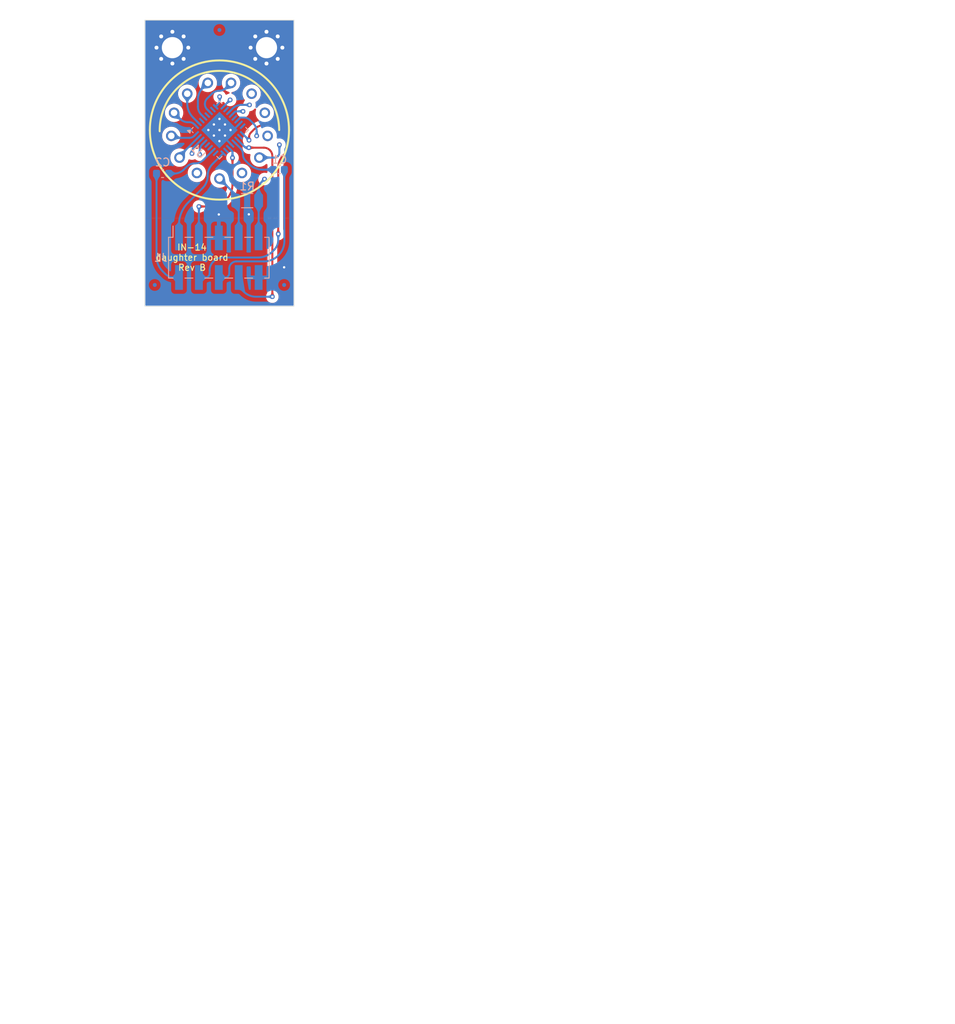
<source format=kicad_pcb>
(kicad_pcb (version 20240108) (generator "pcbnew") (generator_version "8.0")
  (title_block (title "IN-14 daughter board") (date "2024-02-25") (rev "B") (company "Paul Willis"))
  (layers (0 "F.Cu" signal) (1 "In1.Cu" signal) (2 "In2.Cu" signal) (31 "B.Cu" signal) (34 "B.Paste" user) (35 "F.Paste" user) (36 "B.SilkS" user "B.Silkscreen") (37 "F.SilkS" user "F.Silkscreen") (38 "B.Mask" user) (39 "F.Mask" user) (44 "Edge.Cuts" user))
  (net 0 "")
  (net 1 "+3.3V")
  (net 2 "/DIN")
  (net 3 "GND")
  (net 4 "VPP")
  (net 5 "+5V")
  (net 6 "/DOUT")
  (net 7 "/N_1")
  (net 8 "/N_2")
  (net 9 "/N_3")
  (net 10 "/N_4")
  (net 11 "/N_5")
  (net 12 "/N_6")
  (net 13 "/N_7")
  (net 14 "/N_8")
  (net 15 "/N_9")
  (net 16 "/N_0")
  (net 17 "/N_LHDP")
  (net 18 "/N_RHDP")
  (net 19 "/ANODE")
  (net 31 "/VDD")
  (net 32 "/VBIAS")
  (net 33 "/CLK")
  (net 34 "/~{LE}")
  (footprint "MountingHole:MountingHole_2.7mm_M2.5_Pad_Via" (layer "F.Cu") (at 47.25 19.375)
    (property "Reference" "H2" (hide yes))
    (property "Value" "MountingHole_Pad")
    (pad "1" thru_hole circle (at -2.025 0) (size 0.8 0.8) (drill 0.5) (layers "*.Cu" "*.Mask") (net 3 "GND"))
    (pad "1" thru_hole circle (at -1.431891 -1.431891) (size 0.8 0.8) (drill 0.5) (layers "*.Cu" "*.Mask") (net 3 "GND"))
    (pad "1" thru_hole circle (at -1.431891 1.431891) (size 0.8 0.8) (drill 0.5) (layers "*.Cu" "*.Mask") (net 3 "GND"))
    (pad "1" thru_hole circle (at 0 -2.025) (size 0.8 0.8) (drill 0.5) (layers "*.Cu" "*.Mask") (net 3 "GND"))
    (pad "1" thru_hole circle (at 0 0) (size 5.4 5.4) (drill 2.7) (layers "*.Cu" "*.Mask") (net 3 "GND"))
    (pad "1" thru_hole circle (at 0 2.025) (size 0.8 0.8) (drill 0.5) (layers "*.Cu" "*.Mask") (net 3 "GND"))
    (pad "1" thru_hole circle (at 1.431891 -1.431891) (size 0.8 0.8) (drill 0.5) (layers "*.Cu" "*.Mask") (net 3 "GND"))
    (pad "1" thru_hole circle (at 1.431891 1.431891) (size 0.8 0.8) (drill 0.5) (layers "*.Cu" "*.Mask") (net 3 "GND"))
    (pad "1" thru_hole circle (at 2.025 0) (size 0.8 0.8) (drill 0.5) (layers "*.Cu" "*.Mask") (net 3 "GND"))
  )
  (footprint "Symbol:Symbol_Highvoltage_Type1_CopperTop_Small" (layer "F.Cu") (at 44.111 46.9465)
    (property "Reference" "REF**" (hide yes))
    (property "Value" "Symbol_Highvoltage_Type1_CopperTop_Small")
  )
  (footprint "00_lib:nixies-us-IN-14" (layer "F.Cu") (at 41.25 29.875)
    (property "Reference" "N1" (hide yes))
    (property "Value" "IN-14" (hide yes))
    (fp_arc (start -7.62 0.15748) (mid -0.07874 -7.54126) (end 7.62 0) (stroke (width 0.254)) (layer "F.SilkS"))
    (fp_circle (center 0 0) (end 0 -8.87222) (stroke (width 0.254)) (fill none) (layer "F.SilkS"))
    (pad "0" thru_hole circle (at -5.0927 3.51536) (size 1.3462 1.3462) (drill 0.8382) (layers "*.Cu" "*.Mask") (net 16 "/N_0"))
    (pad "1" thru_hole circle (at 5.0927 3.51536) (size 1.3462 1.3462) (drill 0.8382) (layers "*.Cu" "*.Mask") (net 7 "/N_1"))
    (pad "2" thru_hole circle (at 6.14426 0.74422) (size 1.3462 1.3462) (drill 0.8382) (layers "*.Cu" "*.Mask") (net 8 "/N_2"))
    (pad "3" thru_hole circle (at 5.78612 -2.19456) (size 1.3462 1.3462) (drill 0.8382) (layers "*.Cu" "*.Mask") (net 9 "/N_3"))
    (pad "4" thru_hole circle (at 4.10464 -4.63296) (size 1.3462 1.3462) (drill 0.8382) (layers "*.Cu" "*.Mask") (net 10 "/N_4"))
    (pad "5" thru_hole circle (at 1.48082 -6.00964) (size 1.3462 1.3462) (drill 0.8382) (layers "*.Cu" "*.Mask") (net 11 "/N_5"))
    (pad "6" thru_hole circle (at -1.48082 -6.00964) (size 1.3462 1.3462) (drill 0.8382) (layers "*.Cu" "*.Mask") (net 12 "/N_6"))
    (pad "7" thru_hole circle (at -4.10464 -4.63296) (size 1.3462 1.3462) (drill 0.8382) (layers "*.Cu" "*.Mask") (net 13 "/N_7"))
    (pad "8" thru_hole circle (at -5.78612 -2.19456) (size 1.3462 1.3462) (drill 0.8382) (layers "*.Cu" "*.Mask") (net 14 "/N_8"))
    (pad "9" thru_hole circle (at -6.14426 0.74422) (size 1.3462 1.3462) (drill 0.8382) (layers "*.Cu" "*.Mask") (net 15 "/N_9"))
    (pad "A" thru_hole circle (at 0 6.18744) (size 1.3462 1.3462) (drill 0.8382) (layers "*.Cu" "*.Mask") (net 19 "/ANODE"))
    (pad "LHDP" thru_hole circle (at 2.87528 5.47878) (size 1.3462 1.3462) (drill 0.8382) (layers "*.Cu" "*.Mask") (net 17 "/N_LHDP"))
    (pad "RHDP" thru_hole circle (at -2.87528 5.47878) (size 1.3462 1.3462) (drill 0.8382) (layers "*.Cu" "*.Mask") (net 18 "/N_RHDP"))
  )
  (footprint "MountingHole:MountingHole_2.7mm_M2.5_Pad_Via" (layer "F.Cu") (at 35.25 19.375)
    (property "Reference" "H1" (hide yes))
    (property "Value" "MountingHole_Pad")
    (pad "1" thru_hole circle (at -2.025 0) (size 0.8 0.8) (drill 0.5) (layers "*.Cu" "*.Mask") (net 3 "GND"))
    (pad "1" thru_hole circle (at -1.431891 -1.431891) (size 0.8 0.8) (drill 0.5) (layers "*.Cu" "*.Mask") (net 3 "GND"))
    (pad "1" thru_hole circle (at -1.431891 1.431891) (size 0.8 0.8) (drill 0.5) (layers "*.Cu" "*.Mask") (net 3 "GND"))
    (pad "1" thru_hole circle (at 0 -2.025) (size 0.8 0.8) (drill 0.5) (layers "*.Cu" "*.Mask") (net 3 "GND"))
    (pad "1" thru_hole circle (at 0 0) (size 5.4 5.4) (drill 2.7) (layers "*.Cu" "*.Mask") (net 3 "GND"))
    (pad "1" thru_hole circle (at 0 2.025) (size 0.8 0.8) (drill 0.5) (layers "*.Cu" "*.Mask") (net 3 "GND"))
    (pad "1" thru_hole circle (at 1.431891 -1.431891) (size 0.8 0.8) (drill 0.5) (layers "*.Cu" "*.Mask") (net 3 "GND"))
    (pad "1" thru_hole circle (at 1.431891 1.431891) (size 0.8 0.8) (drill 0.5) (layers "*.Cu" "*.Mask") (net 3 "GND"))
    (pad "1" thru_hole circle (at 2.025 0) (size 0.8 0.8) (drill 0.5) (layers "*.Cu" "*.Mask") (net 3 "GND"))
  )
  (footprint "Capacitor_SMD:C_0603_1608Metric" (layer "B.Cu") (at 34 35.42 180)
    (property "Reference" "C2" (at 0 1.43 0) (layer "B.SilkS") (effects (justify mirror)))
    (property "Value" "0.1u")
    (fp_line (start -0.14058 0.51) (end 0.14058 0.51) (stroke (width 0.12)) (layer "B.SilkS"))
    (fp_line (start -0.14058 -0.51) (end 0.14058 -0.51) (stroke (width 0.12)) (layer "B.SilkS"))
    (pad "1" smd roundrect (at -0.775 0 180) (size 0.9 0.95) (layers "B.Cu" "B.Paste" "B.Mask") (net 32 "/VBIAS"))
    (pad "2" smd roundrect (at 0.775 0 180) (size 0.9 0.95) (layers "B.Cu" "B.Paste" "B.Mask") (net 5 "+5V"))
  )
  (footprint "Fiducial:Fiducial_0.5mm_Mask1.5mm" (layer "B.Cu") (at 41.25 17.125 180)
    (property "Reference" "FID3" (hide yes))
    (property "Value" "Fiducial")
    (pad "" smd circle (at 0 0 180) (size 0.5 0.5) (layers "B.Cu" "B.Mask") (clearance 0.5))
  )
  (footprint "Resistor_SMD:R_1206_3216Metric" (layer "B.Cu") (at 44.7875 38.875 180)
    (property "Reference" "R1" (at 0 1.82 0) (layer "B.SilkS") (effects (justify mirror)))
    (property "Value" "27k")
    (fp_line (start -0.727064 0.91) (end 0.727064 0.91) (stroke (width 0.12)) (layer "B.SilkS"))
    (fp_line (start -0.727064 -0.91) (end 0.727064 -0.91) (stroke (width 0.12)) (layer "B.SilkS"))
    (pad "1" smd roundrect (at -1.4625 0 180) (size 1.125 1.75) (layers "B.Cu" "B.Paste" "B.Mask") (roundrect_rratio 0.2222222222) (net 4 "VPP"))
    (pad "2" smd roundrect (at 1.4625 0 180) (size 1.125 1.75) (layers "B.Cu" "B.Paste" "B.Mask") (roundrect_rratio 0.2222222222) (net 19 "/ANODE"))
  )
  (footprint "Capacitor_SMD:C_0603_1608Metric" (layer "B.Cu") (at 48.895 34.925)
    (property "Reference" "C1" (at 0 -1.27 0) (layer "B.SilkS") (effects (justify mirror)))
    (property "Value" "0.1u")
    (fp_line (start -0.14058 -0.51) (end 0.14058 -0.51) (stroke (width 0.12)) (layer "B.SilkS"))
    (fp_line (start -0.14058 0.51) (end 0.14058 0.51) (stroke (width 0.12)) (layer "B.SilkS"))
    (pad "1" smd roundrect (at -0.775 0) (size 0.9 0.95) (layers "B.Cu" "B.Paste" "B.Mask") (net 31 "/VDD"))
    (pad "2" smd roundrect (at 0.635 0) (size 0.9 0.95) (layers "B.Cu" "B.Paste" "B.Mask") (net 1 "+3.3V"))
  )
  (footprint "Fiducial:Fiducial_0.5mm_Mask1.5mm" (layer "B.Cu") (at 33 49.625 180)
    (property "Reference" "FID1" (hide yes))
    (property "Value" "Fiducial")
    (pad "" smd circle (at 0 0 180) (size 0.5 0.5) (layers "B.Cu" "B.Mask") (clearance 0.5))
  )
  (footprint "Connector_PinHeader_2.54mm:PinHeader_2x05_P2.54mm_Vertical_SMD" (layer "B.Cu") (at 41.17 46.15 -90)
    (property "Reference" "J1" (at 0 7.41 0) (layer "B.SilkS") (effects (justify mirror)))
    (property "Value" "Conn_02x05_Odd_Even")
    (fp_line (start -2.6 6.41) (end 2.6 6.41) (stroke (width 0.12)) (layer "B.SilkS"))
    (fp_line (start -2.6 6.41) (end -2.6 5.84) (stroke (width 0.12)) (layer "B.SilkS"))
    (fp_line (start 2.6 6.41) (end 2.6 5.84) (stroke (width 0.12)) (layer "B.SilkS"))
    (fp_line (start -4.04 5.84) (end -2.6 5.84) (stroke (width 0.12)) (layer "B.SilkS"))
    (fp_line (start -2.6 4.32) (end -2.6 3.3) (stroke (width 0.12)) (layer "B.SilkS"))
    (fp_line (start 2.6 4.32) (end 2.6 3.3) (stroke (width 0.12)) (layer "B.SilkS"))
    (fp_line (start -2.6 1.78) (end -2.6 0.76) (stroke (width 0.12)) (layer "B.SilkS"))
    (fp_line (start 2.6 1.78) (end 2.6 0.76) (stroke (width 0.12)) (layer "B.SilkS"))
    (fp_line (start -2.6 -0.76) (end -2.6 -1.78) (stroke (width 0.12)) (layer "B.SilkS"))
    (fp_line (start 2.6 -0.76) (end 2.6 -1.78) (stroke (width 0.12)) (layer "B.SilkS"))
    (fp_line (start -2.6 -3.3) (end -2.6 -4.32) (stroke (width 0.12)) (layer "B.SilkS"))
    (fp_line (start 2.6 -3.3) (end 2.6 -4.32) (stroke (width 0.12)) (layer "B.SilkS"))
    (fp_line (start -2.6 -5.84) (end -2.6 -6.41) (stroke (width 0.12)) (layer "B.SilkS"))
    (fp_line (start 2.6 -5.84) (end 2.6 -6.41) (stroke (width 0.12)) (layer "B.SilkS"))
    (fp_line (start -2.6 -6.41) (end 2.6 -6.41) (stroke (width 0.12)) (layer "B.SilkS"))
    (pad "1" smd rect (at -2.525 5.08 270) (size 3.15 1) (layers "B.Cu" "B.Paste" "B.Mask") (net 6 "/DOUT"))
    (pad "2" smd rect (at 2.525 5.08 270) (size 3.15 1) (layers "B.Cu" "B.Paste" "B.Mask") (net 5 "+5V"))
    (pad "3" smd rect (at -2.525 2.54 270) (size 3.15 1) (layers "B.Cu" "B.Paste" "B.Mask") (net 34 "/~{LE}"))
    (pad "4" smd rect (at 2.525 2.54 270) (size 3.15 1) (layers "B.Cu" "B.Paste" "B.Mask") (net 2 "/DIN"))
    (pad "5" smd rect (at -2.525 0 270) (size 3.15 1) (layers "B.Cu" "B.Paste" "B.Mask") (net 3 "GND"))
    (pad "6" smd rect (at 2.525 0 270) (size 3.15 1) (layers "B.Cu" "B.Paste" "B.Mask") (net 1 "+3.3V"))
    (pad "7" smd rect (at -2.525 -2.54 270) (size 3.15 1) (layers "B.Cu" "B.Paste" "B.Mask") (net 19 "/ANODE"))
    (pad "8" smd rect (at 2.525 -2.54 270) (size 3.15 1) (layers "B.Cu" "B.Paste" "B.Mask") (net 33 "/CLK"))
    (pad "9" smd rect (at -2.525 -5.08 270) (size 3.15 1) (layers "B.Cu" "B.Paste" "B.Mask") (net 4 "VPP"))
    (pad "10" smd rect (at 2.525 -5.08 270) (size 3.15 1) (layers "B.Cu" "B.Paste" "B.Mask") (net 3 "GND"))
  )
  (footprint "Package_DFN_QFN:QFN-32-1EP_5x5mm_P0.5mm_EP3.3x3.3mm_ThermalVias" (layer "B.Cu") (at 41.25 29.875 -45)
    (property "Reference" "U1" (at 0 3.83 135) (layer "B.SilkS") (effects (justify mirror)))
    (property "Value" "HV509K6-G")
    (fp_line (start -2.61 2.37) (end -2.61 2.135) (stroke (width 0.12)) (layer "B.SilkS"))
    (fp_line (start -2.31 2.61) (end -2.135 2.61) (stroke (width 0.12)) (layer "B.SilkS"))
    (fp_line (start -2.61 -2.135) (end -2.61 -2.61) (stroke (width 0.12)) (layer "B.SilkS"))
    (fp_line (start -2.61 -2.61) (end -2.135 -2.61) (stroke (width 0.12)) (layer "B.SilkS"))
    (fp_line (start 2.61 2.61) (end 2.135 2.61) (stroke (width 0.12)) (layer "B.SilkS"))
    (fp_line (start 2.61 2.135) (end 2.61 2.61) (stroke (width 0.12)) (layer "B.SilkS"))
    (fp_line (start 2.61 -2.135) (end 2.61 -2.61) (stroke (width 0.12)) (layer "B.SilkS"))
    (fp_line (start 2.61 -2.61) (end 2.135 -2.61) (stroke (width 0.12)) (layer "B.SilkS"))
    (fp_poly (pts (xy -2.61 2.61) (xy -2.85 2.94) (xy -2.37 2.94) (xy -2.61 2.61)) (stroke (width 0.12)) (fill solid) (layer "B.SilkS"))
    (pad "1" smd roundrect (at -2.4375 1.75 315) (size 0.875 0.25) (layers "B.Cu" "B.Paste" "B.Mask") (net 14 "/N_8"))
    (pad "2" smd roundrect (at -2.4375 1.25 315) (size 0.875 0.25) (layers "B.Cu" "B.Paste" "B.Mask") (net 13 "/N_7"))
    (pad "3" smd roundrect (at -2.4375 0.75 315) (size 0.875 0.25) (layers "B.Cu" "B.Paste" "B.Mask"))
    (pad "4" smd roundrect (at -2.4375 0.25 315) (size 0.875 0.25) (layers "B.Cu" "B.Paste" "B.Mask") (net 12 "/N_6"))
    (pad "5" smd roundrect (at -2.4375 -0.25 315) (size 0.875 0.25) (layers "B.Cu" "B.Paste" "B.Mask"))
    (pad "6" smd roundrect (at -2.4375 -0.75 315) (size 0.875 0.25) (layers "B.Cu" "B.Paste" "B.Mask") (net 11 "/N_5"))
    (pad "7" smd roundrect (at -2.4375 -1.25 315) (size 0.875 0.25) (layers "B.Cu" "B.Paste" "B.Mask"))
    (pad "8" smd roundrect (at -2.4375 -1.75 315) (size 0.875 0.25) (layers "B.Cu" "B.Paste" "B.Mask") (net 10 "/N_4"))
    (pad "9" smd roundrect (at -1.75 -2.4375 315) (size 0.25 0.875) (layers "B.Cu" "B.Paste" "B.Mask") (net 9 "/N_3"))
    (pad "10" smd roundrect (at -1.25 -2.4375 315) (size 0.25 0.875) (layers "B.Cu" "B.Paste" "B.Mask"))
    (pad "11" smd roundrect (at -0.75 -2.4375 315) (size 0.25 0.875) (layers "B.Cu" "B.Paste" "B.Mask") (net 8 "/N_2"))
    (pad "12" smd roundrect (at -0.25 -2.4375 315) (size 0.25 0.875) (layers "B.Cu" "B.Paste" "B.Mask") (net 7 "/N_1"))
    (pad "13" smd roundrect (at 0.25 -2.4375 315) (size 0.25 0.875) (layers "B.Cu" "B.Paste" "B.Mask"))
    (pad "14" smd roundrect (at 0.75 -2.4375 315) (size 0.25 0.875) (layers "B.Cu" "B.Paste" "B.Mask") (net 4 "VPP"))
    (pad "15" smd roundrect (at 1.25 -2.4375 315) (size 0.25 0.875) (layers "B.Cu" "B.Paste" "B.Mask") (net 3 "GND"))
    (pad "16" smd roundrect (at 1.75 -2.4375 315) (size 0.25 0.875) (layers "B.Cu" "B.Paste" "B.Mask"))
    (pad "17" smd roundrect (at 2.4375 -1.75 315) (size 0.875 0.25) (layers "B.Cu" "B.Paste" "B.Mask") (net 2 "/DIN"))
    (pad "18" smd roundrect (at 2.4375 -1.25 315) (size 0.875 0.25) (layers "B.Cu" "B.Paste" "B.Mask"))
    (pad "19" smd roundrect (at 2.4375 -0.75 315) (size 0.875 0.25) (layers "B.Cu" "B.Paste" "B.Mask") (net 33 "/CLK"))
    (pad "20" smd roundrect (at 2.4375 -0.25 315) (size 0.875 0.25) (layers "B.Cu" "B.Paste" "B.Mask") (net 31 "/VDD"))
    (pad "21" smd roundrect (at 2.4375 0.25 315) (size 0.875 0.25) (layers "B.Cu" "B.Paste" "B.Mask") (net 3 "GND"))
    (pad "22" smd roundrect (at 2.4375 0.75 315) (size 0.875 0.25) (layers "B.Cu" "B.Paste" "B.Mask") (net 34 "/~{LE}"))
    (pad "23" smd roundrect (at 2.4375 1.25 315) (size 0.875 0.25) (layers "B.Cu" "B.Paste" "B.Mask"))
    (pad "24" smd roundrect (at 2.4375 1.75 315) (size 0.875 0.25) (layers "B.Cu" "B.Paste" "B.Mask") (net 6 "/DOUT"))
    (pad "25" smd roundrect (at 1.75 2.4375 315) (size 0.25 0.875) (layers "B.Cu" "B.Paste" "B.Mask"))
    (pad "26" smd roundrect (at 1.25 2.4375 315) (size 0.25 0.875) (layers "B.Cu" "B.Paste" "B.Mask") (net 32 "/VBIAS"))
    (pad "27" smd roundrect (at 0.75 2.4375 315) (size 0.25 0.875) (layers "B.Cu" "B.Paste" "B.Mask"))
    (pad "28" smd roundrect (at 0.25 2.4375 315) (size 0.25 0.875) (layers "B.Cu" "B.Paste" "B.Mask"))
    (pad "29" smd roundrect (at -0.25 2.4375 315) (size 0.25 0.875) (layers "B.Cu" "B.Paste" "B.Mask") (net 17 "/N_LHDP"))
    (pad "30" smd roundrect (at -0.75 2.4375 315) (size 0.25 0.875) (layers "B.Cu" "B.Paste" "B.Mask") (net 18 "/N_RHDP"))
    (pad "31" smd roundrect (at -1.25 2.4375 315) (size 0.25 0.875) (layers "B.Cu" "B.Paste" "B.Mask") (net 16 "/N_0"))
    (pad "32" smd roundrect (at -1.75 2.4375 315) (size 0.25 0.875) (layers "B.Cu" "B.Paste" "B.Mask") (net 15 "/N_9"))
    (pad "33" thru_hole circle (at -1 -1 315) (size 0.6 0.6) (drill 0.3) (property pad_prop_heatsink) (layers "*.Cu") (net 3 "GND"))
    (pad "33" thru_hole circle (at -1 0 315) (size 0.6 0.6) (drill 0.3) (property pad_prop_heatsink) (layers "*.Cu") (net 3 "GND"))
    (pad "33" thru_hole circle (at -1 1 315) (size 0.6 0.6) (drill 0.3) (property pad_prop_heatsink) (layers "*.Cu") (net 3 "GND"))
    (pad "33" thru_hole circle (at 0 -1 315) (size 0.6 0.6) (drill 0.3) (property pad_prop_heatsink) (layers "*.Cu") (net 3 "GND"))
    (pad "33" thru_hole circle (at 0 0 315) (size 0.6 0.6) (drill 0.3) (property pad_prop_heatsink) (layers "*.Cu") (net 3 "GND"))
    (pad "33" smd rect (at 0 0 315) (size 2.5 2.5) (property pad_prop_heatsink) (layers "F.Cu") (net 3 "GND"))
    (pad "33" smd rect (at 0 0 315) (size 3.3 3.3) (property pad_prop_heatsink) (layers "B.Cu" "B.Mask") (net 3 "GND"))
    (pad "33" thru_hole circle (at 0 1 315) (size 0.6 0.6) (drill 0.3) (property pad_prop_heatsink) (layers "*.Cu") (net 3 "GND"))
    (pad "33" thru_hole circle (at 1 -1 315) (size 0.6 0.6) (drill 0.3) (property pad_prop_heatsink) (layers "*.Cu") (net 3 "GND"))
    (pad "33" thru_hole circle (at 1 0 315) (size 0.6 0.6) (drill 0.3) (property pad_prop_heatsink) (layers "*.Cu") (net 3 "GND"))
    (pad "33" thru_hole circle (at 1 1 315) (size 0.6 0.6) (drill 0.3) (property pad_prop_heatsink) (layers "*.Cu") (net 3 "GND"))
  )
  (footprint "Fiducial:Fiducial_0.5mm_Mask1.5mm" (layer "B.Cu") (at 49.5 49.625 180)
    (property "Reference" "FID2" (hide yes))
    (property "Value" "Fiducial")
    (pad "" smd circle (at 0 0 180) (size 0.5 0.5) (layers "B.Cu" "B.Mask") (clearance 0.5))
  )
  (gr_rect (start 31.75 15.875) (end 50.75 52.32) (stroke (width 0.1)) (fill none) (layer "Edge.Cuts"))
  (gr_text "IN-14\ndaughter board\nRev B" (at 37.75 47.875 0) (layer "F.SilkS") (effects (font (size 0.8 0.8) (thickness 0.125)) (justify bottom)))
  (segment (start 42.5 48.162867) (end 42.5 47.538302) (width 0.25) (layer "B.Cu") (net 1))
  (segment (start 41.987867 48.675) (end 41.17 48.675) (width 0.25) (layer "B.Cu") (net 1))
  (segment (start 49.53 44.013126) (end 49.53 34.925) (width 0.25) (layer "B.Cu") (net 1))
  (segment (start 46.918126 46.625) (end 43.413302 46.625) (width 0.25) (layer "B.Cu") (net 1))
  (arc (start 49.53 44.013126) (mid 49.331182 45.012647) (end 48.765 45.86) (width 0.25) (layer "B.Cu") (net 1))
  (arc (start 42.7675 46.8925) (mid 42.56952 47.188796) (end 42.5 47.538302) (width 0.25) (layer "B.Cu") (net 1))
  (arc (start 42.5 48.162867) (mid 42.461016 48.358852) (end 42.35 48.525) (width 0.25) (layer "B.Cu") (net 1))
  (arc (start 42.35 48.525) (mid 42.183852 48.636016) (end 41.987867 48.675) (width 0.25) (layer "B.Cu") (net 1))
  (arc (start 43.413302 46.625) (mid 43.063796 46.69452) (end 42.7675 46.8925) (width 0.25) (layer "B.Cu") (net 1))
  (arc (start 48.765 45.86) (mid 47.917647 46.426182) (end 46.918126 46.625) (width 0.25) (layer "B.Cu") (net 1))
  (segment (start 49.374999 33.124999) (end 49.442373 33.057626) (width 0.25) (layer "F.Cu") (net 2))
  (segment (start 45.287336 30.173203) (end 45.63802 29.82252) (width 0.25) (layer "F.Cu") (net 2))
  (segment (start 45.0255 30.805333) (end 45.0255 31.175626) (width 0.25) (layer "F.Cu") (net 2))
  (segment (start 47.116774 29.21) (end 47.268872 29.21) (width 0.25) (layer "F.Cu") (net 2))
  (segment (start 49.007274 29.930069) (end 49.442373 30.365168) (width 0.25) (layer "F.Cu") (net 2))
  (segment (start 48.75 34.633883) (end 48.75 43.125) (width 0.25) (layer "F.Cu") (net 2))
  (via (at 48.75 43.125) (size 0.6) (drill 0.3) (layers "F.Cu" "B.Cu") (net 2))
  (via (at 45.0255 31.175626) (size 0.6) (drill 0.3) (layers "F.Cu" "B.Cu") (net 2))
  (arc (start 49.442373 30.365168) (mid 49.855077 30.982823) (end 50 31.711397) (width 0.25) (layer "F.Cu") (net 2))
  (arc (start 50 31.711397) (mid 49.855077 32.439971) (end 49.442373 33.057626) (width 0.25) (layer "F.Cu") (net 2))
  (arc (start 49.374999 33.124999) (mid 48.912431 33.817281) (end 48.75 34.633883) (width 0.25) (layer "F.Cu") (net 2))
  (arc (start 47.116774 29.21) (mid 46.316478 29.369188) (end 45.63802 29.82252) (width 0.25) (layer "F.Cu") (net 2))
  (arc (start 45.287336 30.173203) (mid 45.093548 30.463226) (end 45.0255 30.805333) (width 0.25) (layer "F.Cu") (net 2))
  (arc (start 49.007274 29.930069) (mid 48.209688 29.397139) (end 47.268872 29.21) (width 0.25) (layer "F.Cu") (net 2))
  (segment (start 48.75 43.875) (end 48.75 43.125) (width 0.25) (layer "B.Cu") (net 2))
  (segment (start 45.0255 31.175626) (end 44.21101 30.361136) (width 0.25) (layer "B.Cu") (net 2))
  (segment (start 40 48.162867) (end 40 47.7475) (width 0.25) (layer "B.Cu") (net 2))
  (segment (start 39.487867 48.675) (end 38.63 48.675) (width 0.25) (layer "B.Cu") (net 2))
  (segment (start 41.698571 46.125) (end 46.189339 46.125) (width 0.25) (layer "B.Cu") (net 2))
  (segment (start 48.219669 45.15533) (end 48 45.375) (width 0.25) (layer "B.Cu") (net 2))
  (segment (start 40.497499 46.622499) (end 40.443709 46.67629) (width 0.25) (layer "B.Cu") (net 2))
  (arc (start 48 45.375) (mid 47.169261 45.930081) (end 46.189339 46.125) (width 0.25) (layer "B.Cu") (net 2))
  (arc (start 39.85 48.525) (mid 39.683852 48.636016) (end 39.487867 48.675) (width 0.25) (layer "B.Cu") (net 2))
  (arc (start 41.698571 46.125) (mid 41.048555 46.254295) (end 40.497499 46.622499) (width 0.25) (layer "B.Cu") (net 2))
  (arc (start 48.75 43.875) (mid 48.612171 44.567909) (end 48.219669 45.15533) (width 0.25) (layer "B.Cu") (net 2))
  (arc (start 40 48.162867) (mid 39.961016 48.358852) (end 39.85 48.525) (width 0.25) (layer "B.Cu") (net 2))
  (arc (start 40.443709 46.67629) (mid 40.115316 47.167765) (end 40 47.7475) (width 0.25) (layer "B.Cu") (net 2))
  (via (at 49.5 47.375) (size 0.6) (drill 0.3) (layers "F.Cu" "B.Cu") (net 3))
  (via (at 41.17 40.64) (size 0.6) (drill 0.3) (layers "F.Cu" "B.Cu") (net 3))
  (via (at 45 40.625) (size 0.6) (drill 0.3) (layers "F.Cu" "B.Cu") (net 3))
  (segment (start 43.164213 29.728554) (end 43.857456 29.035311) (width 0.25) (layer "B.Cu") (net 3))
  (segment (start 41.957107 30.728553) (end 41.957107 30.582107) (width 0.25) (layer "B.Cu") (net 3))
  (segment (start 42.81066 29.875) (end 42.664214 29.875) (width 0.25) (layer "B.Cu") (net 3))
  (segment (start 42.103553 31.082106) (end 42.796796 31.775349) (width 0.25) (layer "B.Cu") (net 3))
  (arc (start 43.164213 29.728554) (mid 43.002001 29.83694) (end 42.81066 29.875) (width 0.25) (layer "B.Cu") (net 3))
  (arc (start 41.957107 30.728553) (mid 41.995167 30.919894) (end 42.103553 31.082106) (width 0.25) (layer "B.Cu") (net 3))
  (via (at 47 36.125) (size 0.6) (drill 0.3) (layers "F.Cu" "B.Cu") (net 4))
  (via (at 46 30.625) (size 0.6) (drill 0.3) (layers "F.Cu" "B.Cu") (net 4))
  (segment (start 43.95021 28.287227) (end 44.359405 28.287227) (width 0.25) (layer "B.Cu") (net 4))
  (segment (start 46.25 37.40533) (end 46.25 38.875) (width 0.25) (layer "B.Cu") (net 4))
  (segment (start 46.25 38.875) (end 46.25 43.625) (width 0.25) (layer "B.Cu") (net 4))
  (segment (start 45.146331 28.613182) (end 45.590532 29.057383) (width 0.25) (layer "B.Cu") (net 4))
  (segment (start 46.625 36.5) (end 47 36.125) (width 0.25) (layer "B.Cu") (net 4))
  (segment (start 46 30.625) (end 46 30.045925) (width 0.25) (layer "B.Cu") (net 4))
  (segment (start 43.861822 28.323838) (end 43.788599 28.397061) (width 0.25) (layer "B.Cu") (net 4))
  (segment (start 43.788599 28.397061) (end 43.503903 28.681757) (width 0.25) (layer "B.Cu") (net 4))
  (arc (start 46.625 36.5) (mid 46.347459 36.915368) (end 46.25 37.40533) (width 0.25) (layer "B.Cu") (net 4))
  (arc (start 43.95021 28.287227) (mid 43.902374 28.296741) (end 43.861822 28.323838) (width 0.25) (layer "B.Cu") (net 4))
  (arc (start 45.146331 28.613182) (mid 44.785286 28.371939) (end 44.359405 28.287227) (width 0.25) (layer "B.Cu") (net 4))
  (arc (start 45.590532 29.057383) (mid 45.893582 29.51093) (end 46 30.045925) (width 0.25) (layer "B.Cu") (net 4))
  (segment (start 33.225 45.986306) (end 33.225 35.42) (width 0.25) (layer "B.Cu") (net 5))
  (segment (start 34.343916 48.218916) (end 34.0125 47.8875) (width 0.25) (layer "B.Cu") (net 5))
  (segment (start 35.445 48.675) (end 36.09 48.675) (width 0.25) (layer "B.Cu") (net 5))
  (arc (start 34.343916 48.218916) (mid 34.849097 48.556467) (end 35.445 48.675) (width 0.25) (layer "B.Cu") (net 5))
  (arc (start 33.225 45.986306) (mid 33.429664 47.015224) (end 34.0125 47.8875) (width 0.25) (layer "B.Cu") (net 5))
  (segment (start 40.387405 34.18474) (end 41.736136 32.83601) (width 0.25) (layer "B.Cu") (net 6))
  (segment (start 36.09 41.955) (end 36.09 43.625) (width 0.25) (layer "B.Cu") (net 6))
  (segment (start 37.270868 39.104131) (end 39.112594 37.262405) (width 0.25) (layer "B.Cu") (net 6))
  (arc (start 40.387405 34.18474) (mid 39.915656 34.890762) (end 39.75 35.723573) (width 0.25) (layer "B.Cu") (net 6))
  (arc (start 37.270868 39.104131) (mid 36.396897 40.412121) (end 36.09 41.955) (width 0.25) (layer "B.Cu") (net 6))
  (arc (start 39.75 35.723573) (mid 39.584343 36.556382) (end 39.112594 37.262405) (width 0.25) (layer "B.Cu") (net 6))
  (via (at 48.895 31.75) (size 0.6) (drill 0.3) (layers "F.Cu" "B.Cu") (net 7))
  (via (at 44.2575 27.4975) (size 0.6) (drill 0.3) (layers "F.Cu" "B.Cu") (net 7))
  (segment (start 48.895 32.758115) (end 48.895 31.75) (width 0.25) (layer "B.Cu") (net 7))
  (segment (start 48.262755 33.39036) (end 46.3427 33.39036) (width 0.25) (layer "B.Cu") (net 7))
  (segment (start 43.200723 27.570723) (end 43.054276 27.71717) (width 0.25) (layer "B.Cu") (net 7))
  (segment (start 43.054276 27.71717) (end 42.796796 27.974651) (width 0.25) (layer "B.Cu") (net 7))
  (segment (start 44.2575 27.4975) (end 43.3775 27.4975) (width 0.25) (layer "B.Cu") (net 7))
  (arc (start 48.70982 33.20518) (mid 48.504705 33.342233) (end 48.262755 33.39036) (width 0.25) (layer "B.Cu") (net 7))
  (arc (start 43.3775 27.4975) (mid 43.281829 27.51653) (end 43.200723 27.570723) (width 0.25) (layer "B.Cu") (net 7))
  (arc (start 48.895 32.758115) (mid 48.846873 33.000065) (end 48.70982 33.20518) (width 0.25) (layer "B.Cu") (net 7))
  (via (at 45.085 26.67) (size 0.6) (drill 0.3) (layers "F.Cu" "B.Cu") (net 8))
  (segment (start 44.066867 26.67) (end 45.085 26.67) (width 0.25) (layer "B.Cu") (net 8))
  (segment (start 42.918791 27.145548) (end 42.443243 27.621097) (width 0.25) (layer "B.Cu") (net 8))
  (arc (start 44.066867 26.67) (mid 43.445532 26.79359) (end 42.918791 27.145548) (width 0.25) (layer "B.Cu") (net 8))
  (via (at 42.615126 26.035) (size 0.6) (drill 0.3) (layers "F.Cu" "B.Cu") (net 9))
  (segment (start 42.615126 26.035) (end 41.736136 26.91399) (width 0.25) (layer "B.Cu") (net 9))
  (via (at 41.275 25.625) (size 0.6) (drill 0.3) (layers "F.Cu" "B.Cu") (net 10))
  (segment (start 41.275 25.625) (end 41.274195 25.625805) (width 0.25) (layer "B.Cu") (net 10))
  (segment (start 41.018627 26.659227) (end 40.763864 26.91399) (width 0.25) (layer "B.Cu") (net 10))
  (segment (start 41.27339 26.044174) (end 41.27339 25.627748) (width 0.25) (layer "B.Cu") (net 10))
  (arc (start 41.274195 25.625805) (mid 41.273599 25.626696) (end 41.27339 25.627748) (width 0.25) (layer "B.Cu") (net 10))
  (arc (start 41.27339 26.044174) (mid 41.207179 26.377038) (end 41.018627 26.659227) (width 0.25) (layer "B.Cu") (net 10))
  (segment (start 39.685382 27.249722) (end 40.056757 27.621097) (width 0.25) (layer "B.Cu") (net 11))
  (segment (start 42.094596 24.501583) (end 42.73082 23.86536) (width 0.25) (layer "B.Cu") (net 11))
  (segment (start 40.291583 25.248415) (end 39.685382 25.854617) (width 0.25) (layer "B.Cu") (net 11))
  (arc (start 41.19309 24.875) (mid 40.705198 24.972047) (end 40.291583 25.248415) (width 0.25) (layer "B.Cu") (net 11))
  (arc (start 42.094596 24.501583) (mid 41.680981 24.777952) (end 41.19309 24.875) (width 0.25) (layer "B.Cu") (net 11))
  (arc (start 39.685382 25.854617) (mid 39.471538 26.174657) (end 39.396447 26.55217) (width 0.25) (layer "B.Cu") (net 11))
  (arc (start 39.396447 26.55217) (mid 39.471538 26.929682) (end 39.685382 27.249722) (width 0.25) (layer "B.Cu") (net 11))
  (segment (start 38.505 26.02345) (end 38.505 26.886294) (width 0.25) (layer "B.Cu") (net 12))
  (segment (start 39.13709 24.49745) (end 39.76918 23.86536) (width 0.25) (layer "B.Cu") (net 12))
  (segment (start 38.927325 27.905878) (end 39.349651 28.328204) (width 0.25) (layer "B.Cu") (net 12))
  (arc (start 38.505 26.886294) (mid 38.614758 27.438089) (end 38.927325 27.905878) (width 0.25) (layer "B.Cu") (net 12))
  (arc (start 39.13709 24.49745) (mid 38.669274 25.197584) (end 38.505 26.02345) (width 0.25) (layer "B.Cu") (net 12))
  (segment (start 37.893952 28.286719) (end 38.642544 29.035311) (width 0.25) (layer "B.Cu") (net 13))
  (segment (start 37.14536 26.479458) (end 37.14536 25.24204) (width 0.25) (layer "B.Cu") (net 13))
  (arc (start 37.14536 26.479458) (mid 37.339912 27.45754) (end 37.893952 28.286719) (width 0.25) (layer "B.Cu") (net 13))
  (segment (start 38.032058 29.131932) (end 38.28899 29.388864) (width 0.25) (layer "B.Cu") (net 14))
  (segment (start 36.263631 28.480191) (end 35.46388 27.68044) (width 0.25) (layer "B.Cu") (net 14))
  (segment (start 37.216783 28.875) (end 37.411769 28.875) (width 0.25) (layer "B.Cu") (net 14))
  (arc (start 36.263631 28.480191) (mid 36.700941 28.772392) (end 37.216783 28.875) (width 0.25) (layer "B.Cu") (net 14))
  (arc (start 38.032058 29.131932) (mid 37.747467 28.941774) (end 37.411769 28.875) (width 0.25) (layer "B.Cu") (net 14))
  (segment (start 35.502979 30.873639) (end 37.414092 30.873639) (width 0.25) (layer "B.Cu") (net 15))
  (segment (start 38.032738 30.617387) (end 38.28899 30.361136) (width 0.25) (layer "B.Cu") (net 15))
  (segment (start 35.215073 30.728553) (end 35.10574 30.61922) (width 0.25) (layer "B.Cu") (net 15))
  (arc (start 35.502979 30.873639) (mid 35.347484 30.823429) (end 35.215073 30.728553) (width 0.25) (layer "B.Cu") (net 15))
  (arc (start 38.032738 30.617387) (mid 37.748901 30.807041) (end 37.414092 30.873639) (width 0.25) (layer "B.Cu") (net 15))
  (segment (start 36.1573 33.295146) (end 36.1573 33.39036) (width 0.25) (layer "B.Cu") (net 16))
  (segment (start 36.224626 33.132606) (end 38.642544 30.714689) (width 0.25) (layer "B.Cu") (net 16))
  (arc (start 36.224626 33.132606) (mid 36.174797 33.20718) (end 36.1573 33.295146) (width 0.25) (layer "B.Cu") (net 16))
  (via (at 38.735 33.02) (size 0.6) (drill 0.3) (layers "F.Cu" "B.Cu") (net 17))
  (segment (start 39.042325 31.729121) (end 39.349651 31.421796) (width 0.25) (layer "B.Cu") (net 17))
  (segment (start 38.735 33.02) (end 38.735 32.47107) (width 0.25) (layer "B.Cu") (net 17))
  (arc (start 39.042325 31.729121) (mid 38.814871 32.06953) (end 38.735 32.47107) (width 0.25) (layer "B.Cu") (net 17))
  (via (at 37.746154 32.874434) (size 0.6) (drill 0.3) (layers "F.Cu" "B.Cu") (net 18))
  (segment (start 37.942817 32.121522) (end 38.996097 31.068243) (width 0.25) (layer "B.Cu") (net 18))
  (segment (start 37.746154 32.874434) (end 37.746154 32.59631) (width 0.25) (layer "B.Cu") (net 18))
  (arc (start 37.942817 32.121522) (mid 37.797265 32.339356) (end 37.746154 32.59631) (width 0.25) (layer "B.Cu") (net 18))
  (segment (start 43.71 39.532236) (end 43.71 43.625) (width 0.25) (layer "B.Cu") (net 19))
  (segment (start 43.064233 37.876673) (end 41.25 36.06244) (width 0.25) (layer "B.Cu") (net 19))
  (segment (start 43.325 38.50622) (end 43.325 38.602763) (width 0.25) (layer "B.Cu") (net 19))
  (arc (start 43.5175 39.0675) (mid 43.65997 39.280722) (end 43.71 39.532236) (width 0.25) (layer "B.Cu") (net 19))
  (arc (start 43.325 38.602763) (mid 43.375029 38.854277) (end 43.5175 39.0675) (width 0.25) (layer "B.Cu") (net 19))
  (arc (start 43.064233 37.876673) (mid 43.257228 38.165511) (end 43.325 38.50622) (width 0.25) (layer "B.Cu") (net 19))
  (segment (start 46.759446 34.925) (end 48.12 34.925) (width 0.25) (layer "B.Cu") (net 31))
  (segment (start 43.919939 32.191386) (end 43.150349 31.421796) (width 0.25) (layer "B.Cu") (net 31))
  (segment (start 44.58006 33.78506) (end 44.985 34.19) (width 0.25) (layer "B.Cu") (net 31))
  (arc (start 44.985 34.19) (mid 45.799122 34.733979) (end 46.759446 34.925) (width 0.25) (layer "B.Cu") (net 31))
  (arc (start 44.25 32.988223) (mid 44.335779 33.419468) (end 44.58006 33.78506) (width 0.25) (layer "B.Cu") (net 31))
  (arc (start 43.919939 32.191386) (mid 44.164219 32.556978) (end 44.25 32.988223) (width 0.25) (layer "B.Cu") (net 31))
  (segment (start 37.051776 34.573223) (end 36.710581 34.914418) (width 0.25) (layer "B.Cu") (net 32))
  (segment (start 35.49 35.42) (end 34.775 35.42) (width 0.25) (layer "B.Cu") (net 32))
  (segment (start 39.21599 33.676776) (end 40.410311 32.482456) (width 0.25) (layer "B.Cu") (net 32))
  (arc (start 36.710581 34.914418) (mid 36.150573 35.288603) (end 35.49 35.42) (width 0.25) (layer "B.Cu") (net 32))
  (arc (start 39.21599 33.676776) (mid 38.719515 34.00851) (end 38.133883 34.125) (width 0.25) (layer "B.Cu") (net 32))
  (arc (start 38.133883 34.125) (mid 37.548251 34.241489) (end 37.051776 34.573223) (width 0.25) (layer "B.Cu") (net 32))
  (segment (start 48 33.209012) (end 48 51.125) (width 0.25) (layer "F.Cu") (net 33))
  (segment (start 45 32.125) (end 46.915987 32.125) (width 0.25) (layer "F.Cu") (net 33))
  (via (at 48 51.125) (size 0.6) (drill 0.3) (layers "F.Cu" "B.Cu") (net 33))
  (via (at 45 32.125) (size 0.6) (drill 0.3) (layers "F.Cu" "B.Cu") (net 33))
  (arc (start 47.6825 32.4425) (mid 47.33082 32.207515) (end 46.915987 32.125) (width 0.25) (layer "F.Cu") (net 33))
  (arc (start 47.6825 32.4425) (mid 47.917484 32.794178) (end 48 33.209012) (width 0.25) (layer "F.Cu") (net 33))
  (segment (start 43.71 49.255) (end 43.71 48.675) (width 0.25) (layer "B.Cu") (net 33))
  (segment (start 44.120121 50.245121) (end 44.355 50.48) (width 0.25) (layer "B.Cu") (net 33))
  (segment (start 44.405329 31.969669) (end 43.503903 31.068243) (width 0.25) (layer "B.Cu") (net 33))
  (segment (start 48 51.125) (end 45.912167 51.125) (width 0.25) (layer "B.Cu") (net 33))
  (segment (start 45 32.125) (end 44.78033 32.125) (width 0.25) (layer "B.Cu") (net 33))
  (arc (start 44.355 50.48) (mid 45.069434 50.957369) (end 45.912167 51.125) (width 0.25) (layer "B.Cu") (net 33))
  (arc (start 44.405329 31.969669) (mid 44.577381 32.08463) (end 44.78033 32.125) (width 0.25) (layer "B.Cu") (net 33))
  (arc (start 43.71 49.255) (mid 43.816586 49.790849) (end 44.120121 50.245121) (width 0.25) (layer "B.Cu") (net 33))
  (segment (start 42.915725 36.781429) (end 42.915725 33.411533) (width 0.25) (layer "F.Cu") (net 34))
  (segment (start 38.63 39.625) (end 40.072154 39.625) (width 0.25) (layer "F.Cu") (net 34))
  (via (at 38.63 39.625) (size 0.6) (drill 0.3) (layers "F.Cu" "B.Cu") (net 34))
  (via (at 42.915725 33.411533) (size 0.6) (drill 0.3) (layers "F.Cu" "B.Cu") (net 34))
  (arc (start 42.915725 36.781429) (mid 42.69927 37.869616) (end 42.082862 38.792137) (width 0.25) (layer "F.Cu") (net 34))
  (arc (start 42.082862 38.792137) (mid 41.160341 39.408545) (end 40.072154 39.625) (width 0.25) (layer "F.Cu") (net 34))
  (segment (start 42.696054 32.381714) (end 42.443243 32.128903) (width 0.25) (layer "B.Cu") (net 34))
  (segment (start 42.696054 32.381714) (end 42.842501 32.528161) (width 0.25) (layer "B.Cu") (net 34))
  (segment (start 42.915725 33.411533) (end 42.915725 32.704938) (width 0.25) (layer "B.Cu") (net 34))
  (segment (start 38.63 39.625) (end 38.63 43.625) (width 0.25) (layer "B.Cu") (net 34))
  (arc (start 42.842501 32.528161) (mid 42.896694 32.609267) (end 42.915725 32.704938) (width 0.25) (layer "B.Cu") (net 34))
  (zone (net 3) (net_name "GND") (layers "F.Cu" "In1.Cu" "In2.Cu" "B.Cu") (priority 1) (connect_pads (clearance 0.5)) (min_thickness 0.25) (fill yes (thermal_gap 0.5) (thermal_bridge_width 0.5) (island_removal_mode 2) (island_area_min 2))
    (polygon (pts (xy 31.75 52.32) (xy 31.75 41.125) (xy 50.75 41.125) (xy 50.75 52.32)))
  )
  (zone (net 3) (net_name "GND") (layers "F.Cu" "In1.Cu" "In2.Cu" "B.Cu") (connect_pads yes (clearance 0.5)) (min_thickness 0.25) (fill yes (thermal_gap 0.5) (thermal_bridge_width 0.5) (island_removal_mode 2) (island_area_min 5))
    (polygon (pts (xy 31.75 15.875) (xy 50.75 15.875) (xy 50.75 41.125) (xy 31.75 41.125)))
  )
)
</source>
